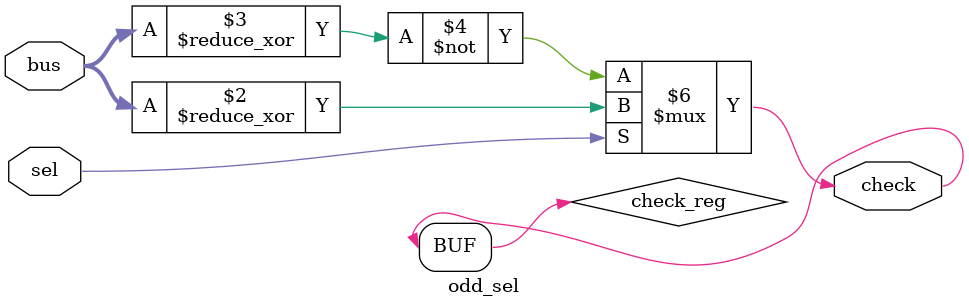
<source format=v>
`timescale 1ns/1ns
module odd_sel(
input [31:0] bus,
input sel,
output check
);
//*************code***********//
    reg check_reg;
    always @(*) begin
        if (sel) begin
            check_reg <= ^bus;
        end
        else begin
            check_reg <= ~(^bus);
        end
    end
    assign check = check_reg;
//*************code***********//
endmodule
</source>
